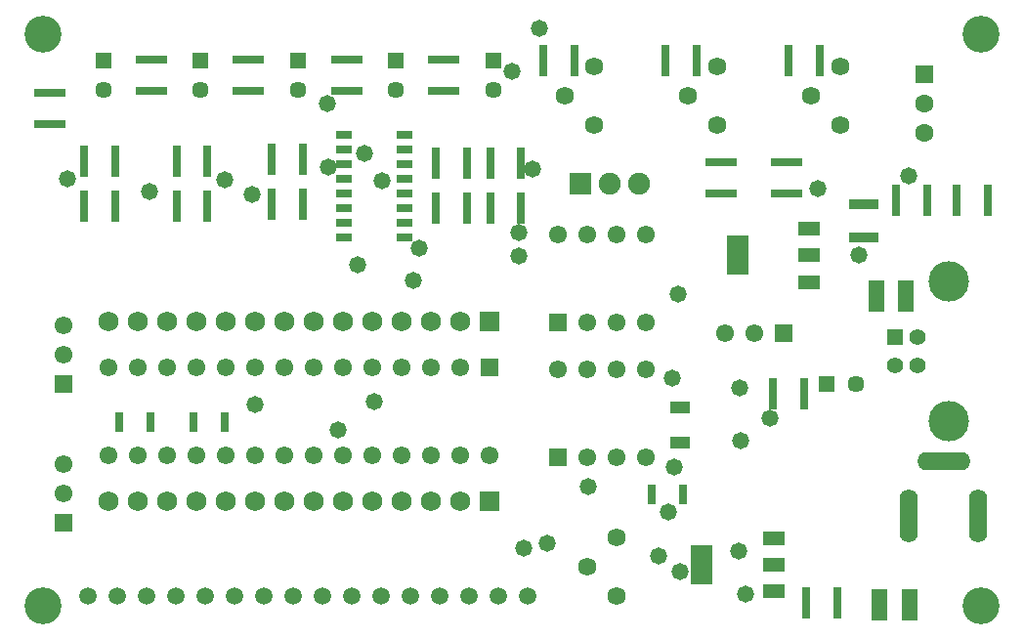
<source format=gbs>
G04*
G04 #@! TF.GenerationSoftware,Altium Limited,Altium Designer,20.2.5 (213)*
G04*
G04 Layer_Color=16711935*
%FSLAX25Y25*%
%MOIN*%
G70*
G04*
G04 #@! TF.SameCoordinates,0846BD26-53A7-4D4D-980E-E920FDF7FE47*
G04*
G04*
G04 #@! TF.FilePolarity,Negative*
G04*
G01*
G75*
%ADD19R,0.10236X0.03740*%
%ADD22C,0.05958*%
%ADD23C,0.06233*%
%ADD24C,0.06115*%
%ADD25R,0.06115X0.06115*%
%ADD26C,0.12611*%
%ADD27C,0.06902*%
%ADD28R,0.06902X0.06902*%
%ADD29O,0.06299X0.18110*%
%ADD30O,0.18110X0.06299*%
%ADD31R,0.05591X0.05591*%
%ADD32C,0.05591*%
%ADD33C,0.13780*%
%ADD34C,0.06102*%
%ADD35R,0.06102X0.06102*%
%ADD36C,0.05709*%
%ADD37R,0.05709X0.05709*%
%ADD38C,0.07480*%
%ADD39R,0.07480X0.07480*%
%ADD40R,0.06102X0.06102*%
%ADD41C,0.06312*%
%ADD42R,0.06312X0.06312*%
%ADD43R,0.05709X0.05709*%
%ADD44C,0.05800*%
%ADD63R,0.07087X0.03937*%
%ADD64R,0.05512X0.11024*%
%ADD66R,0.02769X0.07099*%
%ADD67R,0.05209X0.03084*%
%ADD68R,0.02769X0.10642*%
%ADD69R,0.07729X0.13359*%
%ADD70R,0.07729X0.04501*%
%ADD71R,0.10642X0.02769*%
D19*
X288735Y134646D02*
D03*
Y145669D02*
D03*
D22*
X24094Y12205D02*
D03*
X34095D02*
D03*
X44094D02*
D03*
X54094D02*
D03*
X64095D02*
D03*
X74094D02*
D03*
X84095D02*
D03*
X94095D02*
D03*
X104095D02*
D03*
X114094D02*
D03*
X124094D02*
D03*
X134095D02*
D03*
X144095D02*
D03*
X154095D02*
D03*
X164094D02*
D03*
X174094D02*
D03*
D23*
X196850Y192677D02*
D03*
Y172677D02*
D03*
X186850Y182677D02*
D03*
X228661D02*
D03*
X238661Y172677D02*
D03*
Y192677D02*
D03*
X280772D02*
D03*
Y172677D02*
D03*
X270772Y182677D02*
D03*
X194331Y22047D02*
D03*
X204331Y12047D02*
D03*
Y32047D02*
D03*
D24*
X161102Y60158D02*
D03*
X151102D02*
D03*
X141102D02*
D03*
X131102D02*
D03*
X121102D02*
D03*
X111102D02*
D03*
X101102D02*
D03*
X91102D02*
D03*
X81102D02*
D03*
X71102D02*
D03*
X61102D02*
D03*
X51102D02*
D03*
X41102D02*
D03*
X31102D02*
D03*
Y90158D02*
D03*
X41102D02*
D03*
X51102D02*
D03*
X61102D02*
D03*
X71102D02*
D03*
X81102D02*
D03*
X91102D02*
D03*
X101102D02*
D03*
X111102D02*
D03*
X121102D02*
D03*
X131102D02*
D03*
X141102D02*
D03*
X151102D02*
D03*
D25*
X161102D02*
D03*
D26*
X8661Y8661D02*
D03*
Y203937D02*
D03*
X328740Y8661D02*
D03*
Y203937D02*
D03*
D27*
X31102Y105906D02*
D03*
X41102D02*
D03*
X51102D02*
D03*
X61102D02*
D03*
X71102D02*
D03*
X81102D02*
D03*
X91102D02*
D03*
X101102D02*
D03*
X111102D02*
D03*
X121102D02*
D03*
X131102D02*
D03*
X141102D02*
D03*
X151102D02*
D03*
Y44488D02*
D03*
X141102D02*
D03*
X131102D02*
D03*
X121102D02*
D03*
X111102D02*
D03*
X101102D02*
D03*
X91102D02*
D03*
X81102D02*
D03*
X71102D02*
D03*
X61102D02*
D03*
X51102D02*
D03*
X41102D02*
D03*
X31102D02*
D03*
D28*
X161102Y105906D02*
D03*
Y44488D02*
D03*
D29*
X304061Y39533D02*
D03*
X327683D02*
D03*
D30*
X315872Y58037D02*
D03*
D31*
X299252Y100591D02*
D03*
D32*
Y90748D02*
D03*
X307126D02*
D03*
Y100591D02*
D03*
D33*
X317795Y71969D02*
D03*
Y119370D02*
D03*
D34*
X15748Y104449D02*
D03*
Y94449D02*
D03*
X15748Y47244D02*
D03*
Y57244D02*
D03*
X194213Y59606D02*
D03*
X204213D02*
D03*
X214213D02*
D03*
Y89606D02*
D03*
X204213D02*
D03*
X194213D02*
D03*
X184213D02*
D03*
X194213Y105473D02*
D03*
X204213D02*
D03*
X214213D02*
D03*
Y135473D02*
D03*
X204213D02*
D03*
X194213D02*
D03*
X184213D02*
D03*
X251339Y101968D02*
D03*
X241339D02*
D03*
D35*
X15748Y84449D02*
D03*
X15748Y37244D02*
D03*
D36*
X286102Y84646D02*
D03*
X162205Y184764D02*
D03*
X129134D02*
D03*
X95669D02*
D03*
X62205Y184764D02*
D03*
X29291Y184764D02*
D03*
D37*
X276102Y84646D02*
D03*
D38*
X201969Y152756D02*
D03*
X211969D02*
D03*
D39*
X191969D02*
D03*
D40*
X184213Y59606D02*
D03*
Y105473D02*
D03*
X261339Y101968D02*
D03*
D41*
X309366Y170228D02*
D03*
Y180228D02*
D03*
D42*
Y190228D02*
D03*
D43*
X162205Y194764D02*
D03*
X129134D02*
D03*
X95669D02*
D03*
X62205Y194764D02*
D03*
X29291Y194764D02*
D03*
D44*
X135039Y119685D02*
D03*
X137008Y130708D02*
D03*
X70714Y154310D02*
D03*
X80004Y149170D02*
D03*
X109449Y68898D02*
D03*
X121653Y78347D02*
D03*
X172717Y28471D02*
D03*
X194563Y49513D02*
D03*
X245925Y27458D02*
D03*
X180763Y30236D02*
D03*
X248421Y12823D02*
D03*
X106200Y158562D02*
D03*
X118401Y163187D02*
D03*
X81102Y77559D02*
D03*
X225354Y115236D02*
D03*
X221958Y40787D02*
D03*
X224062Y56242D02*
D03*
X105700Y180200D02*
D03*
X124343Y153890D02*
D03*
X246700Y65256D02*
D03*
X171000Y128000D02*
D03*
X223300Y86614D02*
D03*
X218819Y25981D02*
D03*
X116142Y125038D02*
D03*
X178110Y205860D02*
D03*
X287008Y128347D02*
D03*
X256839Y72800D02*
D03*
X304000Y155600D02*
D03*
X171000Y136000D02*
D03*
X168600Y191100D02*
D03*
X246431Y83169D02*
D03*
X17100Y154600D02*
D03*
X226000Y20400D02*
D03*
X45000Y150300D02*
D03*
X175700Y157800D02*
D03*
X272900Y151200D02*
D03*
D63*
X225984Y76378D02*
D03*
Y64567D02*
D03*
D64*
X304331Y9055D02*
D03*
X294095D02*
D03*
X303150Y114567D02*
D03*
X292913D02*
D03*
D66*
X60039Y71653D02*
D03*
X70669D02*
D03*
X34833D02*
D03*
X45463D02*
D03*
X227165Y46850D02*
D03*
X216535D02*
D03*
D67*
X111260Y134469D02*
D03*
Y139469D02*
D03*
Y144469D02*
D03*
Y149469D02*
D03*
Y154469D02*
D03*
Y159469D02*
D03*
Y164469D02*
D03*
Y169469D02*
D03*
X132047Y134469D02*
D03*
Y139469D02*
D03*
Y144469D02*
D03*
Y149469D02*
D03*
Y154469D02*
D03*
Y159469D02*
D03*
Y164469D02*
D03*
Y169469D02*
D03*
D68*
X33268Y160630D02*
D03*
X22638D02*
D03*
X33268Y145276D02*
D03*
X22638D02*
D03*
X54228D02*
D03*
X64858D02*
D03*
X86811Y145669D02*
D03*
X97441D02*
D03*
X153346Y144488D02*
D03*
X142717D02*
D03*
X171850D02*
D03*
X161220D02*
D03*
Y159842D02*
D03*
X171850D02*
D03*
X153346D02*
D03*
X142717D02*
D03*
X97441Y161024D02*
D03*
X86811D02*
D03*
X64858Y160630D02*
D03*
X54228D02*
D03*
X273819Y194882D02*
D03*
X263189D02*
D03*
X231693D02*
D03*
X221063D02*
D03*
X189961D02*
D03*
X179331D02*
D03*
X310433Y147244D02*
D03*
X299803D02*
D03*
X330906D02*
D03*
X320276D02*
D03*
X269094Y9843D02*
D03*
X279724D02*
D03*
X268433Y81297D02*
D03*
X257803D02*
D03*
D69*
X245571Y128347D02*
D03*
X233465Y22835D02*
D03*
D70*
X270177Y119292D02*
D03*
Y128347D02*
D03*
Y137402D02*
D03*
X258071Y13779D02*
D03*
Y22835D02*
D03*
Y31890D02*
D03*
D71*
X112244Y184449D02*
D03*
Y195079D02*
D03*
X78740Y184449D02*
D03*
Y195079D02*
D03*
X45669Y184449D02*
D03*
Y195079D02*
D03*
X11100Y173031D02*
D03*
Y183661D02*
D03*
X145276Y184449D02*
D03*
Y195079D02*
D03*
X240158Y149410D02*
D03*
Y160039D02*
D03*
X262205D02*
D03*
Y149410D02*
D03*
M02*

</source>
